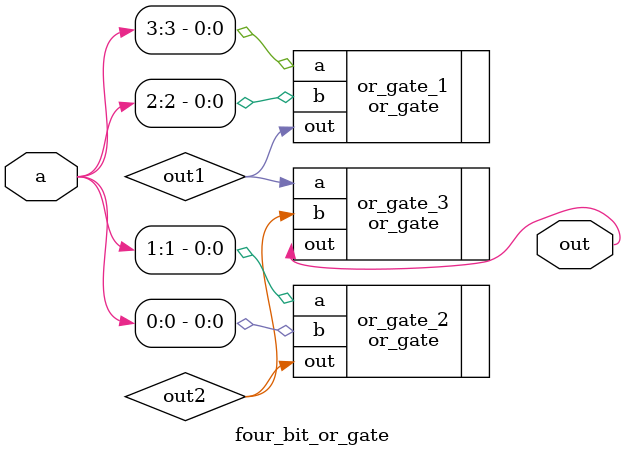
<source format=v>
module four_bit_or_gate (
    input [3:0] a,
    output wire out
);  
    wire out1, out2, out3;
    
    or_gate or_gate_1(.a(a[3]), .b(a[2]), .out(out1));
    or_gate or_gate_2(.a(a[1]), .b(a[0]), .out(out2));
    or_gate or_gate_3(.a(out1), .b(out2), .out(out));
endmodule
</source>
